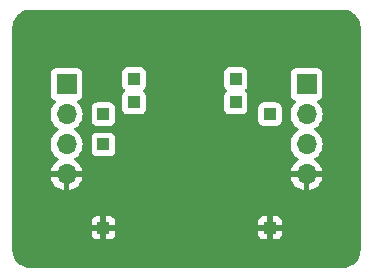
<source format=gbr>
%TF.GenerationSoftware,KiCad,Pcbnew,8.0.3*%
%TF.CreationDate,2024-09-03T06:20:47+12:00*%
%TF.ProjectId,to-252-2,746f2d32-3532-42d3-922e-6b696361645f,rev?*%
%TF.SameCoordinates,Original*%
%TF.FileFunction,Copper,L2,Bot*%
%TF.FilePolarity,Positive*%
%FSLAX46Y46*%
G04 Gerber Fmt 4.6, Leading zero omitted, Abs format (unit mm)*
G04 Created by KiCad (PCBNEW 8.0.3) date 2024-09-03 06:20:47*
%MOMM*%
%LPD*%
G01*
G04 APERTURE LIST*
%TA.AperFunction,ComponentPad*%
%ADD10R,1.000000X1.000000*%
%TD*%
%TA.AperFunction,ComponentPad*%
%ADD11R,1.700000X1.700000*%
%TD*%
%TA.AperFunction,ComponentPad*%
%ADD12O,1.700000X1.700000*%
%TD*%
%TA.AperFunction,ViaPad*%
%ADD13C,0.600000*%
%TD*%
%ADD14C,0.300000*%
%ADD15C,0.350000*%
G04 APERTURE END LIST*
D10*
%TO.P,TP105,1,1*%
%TO.N,Net-(J101-Pin_2)*%
X93100000Y-88900000D03*
%TD*%
%TO.P,TP102,1,1*%
%TO.N,Net-(J101-Pin_1)*%
X95700000Y-87900000D03*
%TD*%
%TO.P,TP103,1,1*%
%TO.N,Net-(J102-Pin_1)*%
X104300000Y-87900000D03*
%TD*%
%TO.P,TP104,1,1*%
%TO.N,Net-(J102-Pin_1)*%
X104300000Y-85900000D03*
%TD*%
%TO.P,TP110,1,1*%
%TO.N,Net-(J102-Pin_2)*%
X107200000Y-88900000D03*
%TD*%
%TO.P,TP111,1,1*%
%TO.N,GND*%
X93100000Y-98500000D03*
%TD*%
%TO.P,TP109,1,1*%
%TO.N,Net-(J101-Pin_3)*%
X93100000Y-91450000D03*
%TD*%
%TO.P,TP112,1,1*%
%TO.N,GND*%
X107200000Y-98500000D03*
%TD*%
%TO.P,TP101,1,1*%
%TO.N,Net-(J101-Pin_1)*%
X95700000Y-85900000D03*
%TD*%
D11*
%TO.P,J102,1,Pin_1*%
%TO.N,Net-(J102-Pin_1)*%
X110300000Y-86360000D03*
D12*
%TO.P,J102,2,Pin_2*%
%TO.N,Net-(J102-Pin_2)*%
X110300000Y-88900000D03*
%TO.P,J102,3,Pin_3*%
%TO.N,unconnected-(J102-Pin_3-Pad3)*%
X110300000Y-91440000D03*
%TO.P,J102,4,Pin_4*%
%TO.N,GND*%
X110300000Y-93980000D03*
%TD*%
D11*
%TO.P,J101,1,Pin_1*%
%TO.N,Net-(J101-Pin_1)*%
X89980000Y-86360000D03*
D12*
%TO.P,J101,2,Pin_2*%
%TO.N,Net-(J101-Pin_2)*%
X89980000Y-88900000D03*
%TO.P,J101,3,Pin_3*%
%TO.N,Net-(J101-Pin_3)*%
X89980000Y-91440000D03*
%TO.P,J101,4,Pin_4*%
%TO.N,GND*%
X89980000Y-93980000D03*
%TD*%
D13*
%TO.N,GND*%
X102000000Y-101000000D03*
X96000000Y-101000000D03*
X94000000Y-81000000D03*
X96000000Y-81000000D03*
X114000000Y-85000000D03*
X110000000Y-101000000D03*
X102000000Y-81000000D03*
X114000000Y-89000000D03*
X86000000Y-83000000D03*
X98000000Y-81000000D03*
X86000000Y-81000000D03*
X106000000Y-90000000D03*
X114000000Y-93000000D03*
X86000000Y-97000000D03*
X114000000Y-99000000D03*
X112000000Y-101000000D03*
X86000000Y-87000000D03*
X88000000Y-81000000D03*
X96700000Y-89200000D03*
X110000000Y-81000000D03*
X108000000Y-81000000D03*
X114000000Y-97000000D03*
X114000000Y-91000000D03*
X86000000Y-95000000D03*
X114000000Y-87000000D03*
X104000000Y-101000000D03*
X88000000Y-101000000D03*
X86000000Y-89000000D03*
X106000000Y-101000000D03*
X104000000Y-81000000D03*
X102900000Y-87900000D03*
X86000000Y-99000000D03*
X98000000Y-101000000D03*
X90000000Y-81000000D03*
X92000000Y-81000000D03*
X92000000Y-101000000D03*
X90000000Y-101000000D03*
X86000000Y-91000000D03*
X97100000Y-88000000D03*
X106200000Y-92200000D03*
X114000000Y-81000000D03*
X86000000Y-85000000D03*
X108000000Y-101000000D03*
X112000000Y-81000000D03*
X94000000Y-101000000D03*
X114000000Y-83000000D03*
X100000000Y-101000000D03*
X114000000Y-101000000D03*
X100000000Y-81000000D03*
X106000000Y-81000000D03*
X114000000Y-95000000D03*
X86000000Y-93000000D03*
X86000000Y-101000000D03*
%TD*%
%TA.AperFunction,Conductor*%
%TO.N,GND*%
G36*
X113384418Y-80040816D02*
G01*
X113584561Y-80055130D01*
X113602063Y-80057647D01*
X113793797Y-80099355D01*
X113810755Y-80104334D01*
X113994609Y-80172909D01*
X114010701Y-80180259D01*
X114182904Y-80274288D01*
X114197784Y-80283849D01*
X114354867Y-80401441D01*
X114368237Y-80413027D01*
X114506972Y-80551762D01*
X114518558Y-80565132D01*
X114636146Y-80722210D01*
X114645711Y-80737095D01*
X114739740Y-80909298D01*
X114747090Y-80925390D01*
X114815662Y-81109236D01*
X114820646Y-81126212D01*
X114862351Y-81317931D01*
X114864869Y-81335442D01*
X114879184Y-81535580D01*
X114879500Y-81544427D01*
X114879500Y-100395572D01*
X114879184Y-100404419D01*
X114864869Y-100604557D01*
X114862351Y-100622068D01*
X114820646Y-100813787D01*
X114815662Y-100830763D01*
X114747090Y-101014609D01*
X114739740Y-101030701D01*
X114645711Y-101202904D01*
X114636146Y-101217789D01*
X114518558Y-101374867D01*
X114506972Y-101388237D01*
X114368237Y-101526972D01*
X114354867Y-101538558D01*
X114197789Y-101656146D01*
X114182904Y-101665711D01*
X114010701Y-101759740D01*
X113994609Y-101767090D01*
X113810763Y-101835662D01*
X113793787Y-101840646D01*
X113602068Y-101882351D01*
X113584557Y-101884869D01*
X113403779Y-101897799D01*
X113384417Y-101899184D01*
X113375572Y-101899500D01*
X86904428Y-101899500D01*
X86895582Y-101899184D01*
X86873622Y-101897613D01*
X86695442Y-101884869D01*
X86677931Y-101882351D01*
X86486212Y-101840646D01*
X86469236Y-101835662D01*
X86285390Y-101767090D01*
X86269298Y-101759740D01*
X86097095Y-101665711D01*
X86082210Y-101656146D01*
X85925132Y-101538558D01*
X85911762Y-101526972D01*
X85773027Y-101388237D01*
X85761441Y-101374867D01*
X85643849Y-101217784D01*
X85634288Y-101202904D01*
X85540259Y-101030701D01*
X85532909Y-101014609D01*
X85472091Y-100851551D01*
X85464334Y-100830755D01*
X85459355Y-100813797D01*
X85417647Y-100622063D01*
X85415130Y-100604556D01*
X85400816Y-100404418D01*
X85400500Y-100395572D01*
X85400500Y-99047844D01*
X92100000Y-99047844D01*
X92106401Y-99107372D01*
X92106403Y-99107379D01*
X92156645Y-99242086D01*
X92156649Y-99242093D01*
X92242809Y-99357187D01*
X92242812Y-99357190D01*
X92357906Y-99443350D01*
X92357913Y-99443354D01*
X92492620Y-99493596D01*
X92492627Y-99493598D01*
X92552155Y-99499999D01*
X92552172Y-99500000D01*
X92850000Y-99500000D01*
X93350000Y-99500000D01*
X93647828Y-99500000D01*
X93647844Y-99499999D01*
X93707372Y-99493598D01*
X93707379Y-99493596D01*
X93842086Y-99443354D01*
X93842093Y-99443350D01*
X93957187Y-99357190D01*
X93957190Y-99357187D01*
X94043350Y-99242093D01*
X94043354Y-99242086D01*
X94093596Y-99107379D01*
X94093598Y-99107372D01*
X94099999Y-99047844D01*
X106200000Y-99047844D01*
X106206401Y-99107372D01*
X106206403Y-99107379D01*
X106256645Y-99242086D01*
X106256649Y-99242093D01*
X106342809Y-99357187D01*
X106342812Y-99357190D01*
X106457906Y-99443350D01*
X106457913Y-99443354D01*
X106592620Y-99493596D01*
X106592627Y-99493598D01*
X106652155Y-99499999D01*
X106652172Y-99500000D01*
X106950000Y-99500000D01*
X107450000Y-99500000D01*
X107747828Y-99500000D01*
X107747844Y-99499999D01*
X107807372Y-99493598D01*
X107807379Y-99493596D01*
X107942086Y-99443354D01*
X107942093Y-99443350D01*
X108057187Y-99357190D01*
X108057190Y-99357187D01*
X108143350Y-99242093D01*
X108143354Y-99242086D01*
X108193596Y-99107379D01*
X108193598Y-99107372D01*
X108199999Y-99047844D01*
X108200000Y-99047827D01*
X108200000Y-98750000D01*
X107450000Y-98750000D01*
X107450000Y-99500000D01*
X106950000Y-99500000D01*
X106950000Y-98750000D01*
X106200000Y-98750000D01*
X106200000Y-99047844D01*
X94099999Y-99047844D01*
X94100000Y-99047827D01*
X94100000Y-98750000D01*
X93350000Y-98750000D01*
X93350000Y-99500000D01*
X92850000Y-99500000D01*
X92850000Y-98750000D01*
X92100000Y-98750000D01*
X92100000Y-99047844D01*
X85400500Y-99047844D01*
X85400500Y-98450272D01*
X92850000Y-98450272D01*
X92850000Y-98549728D01*
X92888060Y-98641614D01*
X92958386Y-98711940D01*
X93050272Y-98750000D01*
X93149728Y-98750000D01*
X93241614Y-98711940D01*
X93311940Y-98641614D01*
X93350000Y-98549728D01*
X93350000Y-98450272D01*
X106950000Y-98450272D01*
X106950000Y-98549728D01*
X106988060Y-98641614D01*
X107058386Y-98711940D01*
X107150272Y-98750000D01*
X107249728Y-98750000D01*
X107341614Y-98711940D01*
X107411940Y-98641614D01*
X107450000Y-98549728D01*
X107450000Y-98450272D01*
X107411940Y-98358386D01*
X107341614Y-98288060D01*
X107249728Y-98250000D01*
X107450000Y-98250000D01*
X108200000Y-98250000D01*
X108200000Y-97952172D01*
X108199999Y-97952155D01*
X108193598Y-97892627D01*
X108193596Y-97892620D01*
X108143354Y-97757913D01*
X108143350Y-97757906D01*
X108057190Y-97642812D01*
X108057187Y-97642809D01*
X107942093Y-97556649D01*
X107942086Y-97556645D01*
X107807379Y-97506403D01*
X107807372Y-97506401D01*
X107747844Y-97500000D01*
X107450000Y-97500000D01*
X107450000Y-98250000D01*
X107249728Y-98250000D01*
X107150272Y-98250000D01*
X107058386Y-98288060D01*
X106988060Y-98358386D01*
X106950000Y-98450272D01*
X93350000Y-98450272D01*
X93311940Y-98358386D01*
X93241614Y-98288060D01*
X93149728Y-98250000D01*
X93350000Y-98250000D01*
X94100000Y-98250000D01*
X94100000Y-97952172D01*
X94099999Y-97952155D01*
X106200000Y-97952155D01*
X106200000Y-98250000D01*
X106950000Y-98250000D01*
X106950000Y-97500000D01*
X106652155Y-97500000D01*
X106592627Y-97506401D01*
X106592620Y-97506403D01*
X106457913Y-97556645D01*
X106457906Y-97556649D01*
X106342812Y-97642809D01*
X106342809Y-97642812D01*
X106256649Y-97757906D01*
X106256645Y-97757913D01*
X106206403Y-97892620D01*
X106206401Y-97892627D01*
X106200000Y-97952155D01*
X94099999Y-97952155D01*
X94093598Y-97892627D01*
X94093596Y-97892620D01*
X94043354Y-97757913D01*
X94043350Y-97757906D01*
X93957190Y-97642812D01*
X93957187Y-97642809D01*
X93842093Y-97556649D01*
X93842086Y-97556645D01*
X93707379Y-97506403D01*
X93707372Y-97506401D01*
X93647844Y-97500000D01*
X93350000Y-97500000D01*
X93350000Y-98250000D01*
X93149728Y-98250000D01*
X93050272Y-98250000D01*
X92958386Y-98288060D01*
X92888060Y-98358386D01*
X92850000Y-98450272D01*
X85400500Y-98450272D01*
X85400500Y-97952155D01*
X92100000Y-97952155D01*
X92100000Y-98250000D01*
X92850000Y-98250000D01*
X92850000Y-97500000D01*
X92552155Y-97500000D01*
X92492627Y-97506401D01*
X92492620Y-97506403D01*
X92357913Y-97556645D01*
X92357906Y-97556649D01*
X92242812Y-97642809D01*
X92242809Y-97642812D01*
X92156649Y-97757906D01*
X92156645Y-97757913D01*
X92106403Y-97892620D01*
X92106401Y-97892627D01*
X92100000Y-97952155D01*
X85400500Y-97952155D01*
X85400500Y-88899999D01*
X88624341Y-88899999D01*
X88624341Y-88900000D01*
X88644936Y-89135403D01*
X88644938Y-89135413D01*
X88706094Y-89363655D01*
X88706096Y-89363659D01*
X88706097Y-89363663D01*
X88745370Y-89447883D01*
X88805965Y-89577830D01*
X88805967Y-89577834D01*
X88941501Y-89771395D01*
X88941506Y-89771402D01*
X89108597Y-89938493D01*
X89108603Y-89938498D01*
X89294158Y-90068425D01*
X89337783Y-90123002D01*
X89344977Y-90192500D01*
X89313454Y-90254855D01*
X89294158Y-90271575D01*
X89108597Y-90401505D01*
X88941505Y-90568597D01*
X88805965Y-90762169D01*
X88805964Y-90762171D01*
X88706098Y-90976335D01*
X88706094Y-90976344D01*
X88644938Y-91204586D01*
X88644936Y-91204596D01*
X88624341Y-91439999D01*
X88624341Y-91440000D01*
X88644936Y-91675403D01*
X88644938Y-91675413D01*
X88706094Y-91903655D01*
X88706096Y-91903659D01*
X88706097Y-91903663D01*
X88750033Y-91997883D01*
X88805965Y-92117830D01*
X88805967Y-92117834D01*
X88858129Y-92192328D01*
X88938806Y-92307547D01*
X88941501Y-92311395D01*
X88941506Y-92311402D01*
X89108597Y-92478493D01*
X89108603Y-92478498D01*
X89294594Y-92608730D01*
X89338219Y-92663307D01*
X89345413Y-92732805D01*
X89313890Y-92795160D01*
X89294595Y-92811880D01*
X89108922Y-92941890D01*
X89108920Y-92941891D01*
X88941891Y-93108920D01*
X88941886Y-93108926D01*
X88806400Y-93302420D01*
X88806399Y-93302422D01*
X88706570Y-93516507D01*
X88706567Y-93516513D01*
X88649364Y-93729999D01*
X88649364Y-93730000D01*
X89546988Y-93730000D01*
X89514075Y-93787007D01*
X89480000Y-93914174D01*
X89480000Y-94045826D01*
X89514075Y-94172993D01*
X89546988Y-94230000D01*
X88649364Y-94230000D01*
X88706567Y-94443486D01*
X88706570Y-94443492D01*
X88806399Y-94657578D01*
X88941894Y-94851082D01*
X89108917Y-95018105D01*
X89302421Y-95153600D01*
X89516507Y-95253429D01*
X89516516Y-95253433D01*
X89730000Y-95310634D01*
X89730000Y-94413012D01*
X89787007Y-94445925D01*
X89914174Y-94480000D01*
X90045826Y-94480000D01*
X90172993Y-94445925D01*
X90230000Y-94413012D01*
X90230000Y-95310633D01*
X90443483Y-95253433D01*
X90443492Y-95253429D01*
X90657578Y-95153600D01*
X90851082Y-95018105D01*
X91018105Y-94851082D01*
X91153600Y-94657578D01*
X91253429Y-94443492D01*
X91253432Y-94443486D01*
X91310636Y-94230000D01*
X90413012Y-94230000D01*
X90445925Y-94172993D01*
X90480000Y-94045826D01*
X90480000Y-93914174D01*
X90445925Y-93787007D01*
X90413012Y-93730000D01*
X91310636Y-93730000D01*
X91310635Y-93729999D01*
X91253432Y-93516513D01*
X91253429Y-93516507D01*
X91153600Y-93302422D01*
X91153599Y-93302420D01*
X91018113Y-93108926D01*
X91018108Y-93108920D01*
X90851078Y-92941890D01*
X90665405Y-92811879D01*
X90621780Y-92757302D01*
X90614588Y-92687804D01*
X90646110Y-92625449D01*
X90665406Y-92608730D01*
X90851401Y-92478495D01*
X91018495Y-92311401D01*
X91154035Y-92117830D01*
X91253903Y-91903663D01*
X91315063Y-91675408D01*
X91335659Y-91440000D01*
X91315063Y-91204592D01*
X91253903Y-90976337D01*
X91219302Y-90902135D01*
X92099500Y-90902135D01*
X92099500Y-91997870D01*
X92099501Y-91997876D01*
X92105908Y-92057483D01*
X92156202Y-92192328D01*
X92156206Y-92192335D01*
X92242452Y-92307544D01*
X92242455Y-92307547D01*
X92357664Y-92393793D01*
X92357671Y-92393797D01*
X92492517Y-92444091D01*
X92492516Y-92444091D01*
X92499444Y-92444835D01*
X92552127Y-92450500D01*
X93647872Y-92450499D01*
X93707483Y-92444091D01*
X93842331Y-92393796D01*
X93957546Y-92307546D01*
X94043796Y-92192331D01*
X94094091Y-92057483D01*
X94100500Y-91997873D01*
X94100499Y-90902128D01*
X94094091Y-90842517D01*
X94043796Y-90707669D01*
X94043795Y-90707668D01*
X94043793Y-90707664D01*
X93957547Y-90592455D01*
X93957544Y-90592452D01*
X93842335Y-90506206D01*
X93842328Y-90506202D01*
X93707482Y-90455908D01*
X93707483Y-90455908D01*
X93647883Y-90449501D01*
X93647881Y-90449500D01*
X93647873Y-90449500D01*
X93647864Y-90449500D01*
X92552129Y-90449500D01*
X92552123Y-90449501D01*
X92492516Y-90455908D01*
X92357671Y-90506202D01*
X92357664Y-90506206D01*
X92242455Y-90592452D01*
X92242452Y-90592455D01*
X92156206Y-90707664D01*
X92156202Y-90707671D01*
X92105908Y-90842517D01*
X92099501Y-90902116D01*
X92099501Y-90902123D01*
X92099500Y-90902135D01*
X91219302Y-90902135D01*
X91154035Y-90762171D01*
X91115873Y-90707669D01*
X91018494Y-90568597D01*
X90851402Y-90401506D01*
X90851396Y-90401501D01*
X90665842Y-90271575D01*
X90622217Y-90216998D01*
X90615023Y-90147500D01*
X90646546Y-90085145D01*
X90665842Y-90068425D01*
X90688026Y-90052891D01*
X90851401Y-89938495D01*
X91018495Y-89771401D01*
X91154035Y-89577830D01*
X91253903Y-89363663D01*
X91315063Y-89135408D01*
X91335659Y-88900000D01*
X91315063Y-88664592D01*
X91253903Y-88436337D01*
X91214639Y-88352135D01*
X92099500Y-88352135D01*
X92099500Y-89447870D01*
X92099501Y-89447876D01*
X92105908Y-89507483D01*
X92156202Y-89642328D01*
X92156206Y-89642335D01*
X92242452Y-89757544D01*
X92242455Y-89757547D01*
X92357664Y-89843793D01*
X92357671Y-89843797D01*
X92492517Y-89894091D01*
X92492516Y-89894091D01*
X92499444Y-89894835D01*
X92552127Y-89900500D01*
X93647872Y-89900499D01*
X93707483Y-89894091D01*
X93842331Y-89843796D01*
X93957546Y-89757546D01*
X94043796Y-89642331D01*
X94094091Y-89507483D01*
X94100500Y-89447873D01*
X94100499Y-88352128D01*
X94094091Y-88292517D01*
X94043796Y-88157669D01*
X94043795Y-88157668D01*
X94043793Y-88157664D01*
X93957547Y-88042455D01*
X93957544Y-88042452D01*
X93842335Y-87956206D01*
X93842328Y-87956202D01*
X93707482Y-87905908D01*
X93707483Y-87905908D01*
X93647883Y-87899501D01*
X93647881Y-87899500D01*
X93647873Y-87899500D01*
X93647864Y-87899500D01*
X92552129Y-87899500D01*
X92552123Y-87899501D01*
X92492516Y-87905908D01*
X92357671Y-87956202D01*
X92357664Y-87956206D01*
X92242455Y-88042452D01*
X92242452Y-88042455D01*
X92156206Y-88157664D01*
X92156202Y-88157671D01*
X92105908Y-88292517D01*
X92099501Y-88352116D01*
X92099501Y-88352123D01*
X92099500Y-88352135D01*
X91214639Y-88352135D01*
X91154035Y-88222171D01*
X91108870Y-88157669D01*
X91018496Y-88028600D01*
X91018495Y-88028599D01*
X90896567Y-87906671D01*
X90863084Y-87845351D01*
X90868068Y-87775659D01*
X90909939Y-87719725D01*
X90940915Y-87702810D01*
X91072331Y-87653796D01*
X91187546Y-87567546D01*
X91273796Y-87452331D01*
X91324091Y-87317483D01*
X91330500Y-87257873D01*
X91330499Y-85462128D01*
X91324091Y-85402517D01*
X91305299Y-85352135D01*
X94699500Y-85352135D01*
X94699500Y-86447870D01*
X94699501Y-86447876D01*
X94705908Y-86507483D01*
X94756202Y-86642328D01*
X94756206Y-86642335D01*
X94842452Y-86757544D01*
X94842453Y-86757544D01*
X94842454Y-86757546D01*
X94871615Y-86779376D01*
X94900145Y-86800734D01*
X94942015Y-86856668D01*
X94946999Y-86926360D01*
X94913513Y-86987683D01*
X94900145Y-86999266D01*
X94842452Y-87042455D01*
X94756206Y-87157664D01*
X94756202Y-87157671D01*
X94705908Y-87292517D01*
X94699501Y-87352116D01*
X94699501Y-87352123D01*
X94699500Y-87352135D01*
X94699500Y-88447870D01*
X94699501Y-88447876D01*
X94705908Y-88507483D01*
X94756202Y-88642328D01*
X94756206Y-88642335D01*
X94842452Y-88757544D01*
X94842455Y-88757547D01*
X94957664Y-88843793D01*
X94957671Y-88843797D01*
X95092517Y-88894091D01*
X95092516Y-88894091D01*
X95099444Y-88894835D01*
X95152127Y-88900500D01*
X96247872Y-88900499D01*
X96307483Y-88894091D01*
X96442331Y-88843796D01*
X96557546Y-88757546D01*
X96643796Y-88642331D01*
X96694091Y-88507483D01*
X96700500Y-88447873D01*
X96700499Y-87352128D01*
X96694091Y-87292517D01*
X96681173Y-87257883D01*
X96643797Y-87157671D01*
X96643793Y-87157664D01*
X96557547Y-87042456D01*
X96557548Y-87042456D01*
X96557546Y-87042454D01*
X96499854Y-86999265D01*
X96457984Y-86943333D01*
X96453000Y-86873641D01*
X96486485Y-86812318D01*
X96499854Y-86800734D01*
X96557546Y-86757546D01*
X96643796Y-86642331D01*
X96694091Y-86507483D01*
X96700500Y-86447873D01*
X96700499Y-85352135D01*
X103299500Y-85352135D01*
X103299500Y-86447870D01*
X103299501Y-86447876D01*
X103305908Y-86507483D01*
X103356202Y-86642328D01*
X103356206Y-86642335D01*
X103442452Y-86757544D01*
X103442453Y-86757544D01*
X103442454Y-86757546D01*
X103471615Y-86779376D01*
X103500145Y-86800734D01*
X103542015Y-86856668D01*
X103546999Y-86926360D01*
X103513513Y-86987683D01*
X103500145Y-86999266D01*
X103442452Y-87042455D01*
X103356206Y-87157664D01*
X103356202Y-87157671D01*
X103305908Y-87292517D01*
X103299501Y-87352116D01*
X103299501Y-87352123D01*
X103299500Y-87352135D01*
X103299500Y-88447870D01*
X103299501Y-88447876D01*
X103305908Y-88507483D01*
X103356202Y-88642328D01*
X103356206Y-88642335D01*
X103442452Y-88757544D01*
X103442455Y-88757547D01*
X103557664Y-88843793D01*
X103557671Y-88843797D01*
X103692517Y-88894091D01*
X103692516Y-88894091D01*
X103699444Y-88894835D01*
X103752127Y-88900500D01*
X104847872Y-88900499D01*
X104907483Y-88894091D01*
X105042331Y-88843796D01*
X105157546Y-88757546D01*
X105243796Y-88642331D01*
X105294091Y-88507483D01*
X105300500Y-88447873D01*
X105300500Y-88352135D01*
X106199500Y-88352135D01*
X106199500Y-89447870D01*
X106199501Y-89447876D01*
X106205908Y-89507483D01*
X106256202Y-89642328D01*
X106256206Y-89642335D01*
X106342452Y-89757544D01*
X106342455Y-89757547D01*
X106457664Y-89843793D01*
X106457671Y-89843797D01*
X106592517Y-89894091D01*
X106592516Y-89894091D01*
X106599444Y-89894835D01*
X106652127Y-89900500D01*
X107747872Y-89900499D01*
X107807483Y-89894091D01*
X107942331Y-89843796D01*
X108057546Y-89757546D01*
X108143796Y-89642331D01*
X108194091Y-89507483D01*
X108200500Y-89447873D01*
X108200499Y-88899999D01*
X108944341Y-88899999D01*
X108944341Y-88900000D01*
X108964936Y-89135403D01*
X108964938Y-89135413D01*
X109026094Y-89363655D01*
X109026096Y-89363659D01*
X109026097Y-89363663D01*
X109065370Y-89447883D01*
X109125965Y-89577830D01*
X109125967Y-89577834D01*
X109261501Y-89771395D01*
X109261506Y-89771402D01*
X109428597Y-89938493D01*
X109428603Y-89938498D01*
X109614158Y-90068425D01*
X109657783Y-90123002D01*
X109664977Y-90192500D01*
X109633454Y-90254855D01*
X109614158Y-90271575D01*
X109428597Y-90401505D01*
X109261505Y-90568597D01*
X109125965Y-90762169D01*
X109125964Y-90762171D01*
X109026098Y-90976335D01*
X109026094Y-90976344D01*
X108964938Y-91204586D01*
X108964936Y-91204596D01*
X108944341Y-91439999D01*
X108944341Y-91440000D01*
X108964936Y-91675403D01*
X108964938Y-91675413D01*
X109026094Y-91903655D01*
X109026096Y-91903659D01*
X109026097Y-91903663D01*
X109070033Y-91997883D01*
X109125965Y-92117830D01*
X109125967Y-92117834D01*
X109178129Y-92192328D01*
X109258806Y-92307547D01*
X109261501Y-92311395D01*
X109261506Y-92311402D01*
X109428597Y-92478493D01*
X109428603Y-92478498D01*
X109614594Y-92608730D01*
X109658219Y-92663307D01*
X109665413Y-92732805D01*
X109633890Y-92795160D01*
X109614595Y-92811880D01*
X109428922Y-92941890D01*
X109428920Y-92941891D01*
X109261891Y-93108920D01*
X109261886Y-93108926D01*
X109126400Y-93302420D01*
X109126399Y-93302422D01*
X109026570Y-93516507D01*
X109026567Y-93516513D01*
X108969364Y-93729999D01*
X108969364Y-93730000D01*
X109866988Y-93730000D01*
X109834075Y-93787007D01*
X109800000Y-93914174D01*
X109800000Y-94045826D01*
X109834075Y-94172993D01*
X109866988Y-94230000D01*
X108969364Y-94230000D01*
X109026567Y-94443486D01*
X109026570Y-94443492D01*
X109126399Y-94657578D01*
X109261894Y-94851082D01*
X109428917Y-95018105D01*
X109622421Y-95153600D01*
X109836507Y-95253429D01*
X109836516Y-95253433D01*
X110050000Y-95310634D01*
X110050000Y-94413012D01*
X110107007Y-94445925D01*
X110234174Y-94480000D01*
X110365826Y-94480000D01*
X110492993Y-94445925D01*
X110550000Y-94413012D01*
X110550000Y-95310633D01*
X110763483Y-95253433D01*
X110763492Y-95253429D01*
X110977578Y-95153600D01*
X111171082Y-95018105D01*
X111338105Y-94851082D01*
X111473600Y-94657578D01*
X111573429Y-94443492D01*
X111573432Y-94443486D01*
X111630636Y-94230000D01*
X110733012Y-94230000D01*
X110765925Y-94172993D01*
X110800000Y-94045826D01*
X110800000Y-93914174D01*
X110765925Y-93787007D01*
X110733012Y-93730000D01*
X111630636Y-93730000D01*
X111630635Y-93729999D01*
X111573432Y-93516513D01*
X111573429Y-93516507D01*
X111473600Y-93302422D01*
X111473599Y-93302420D01*
X111338113Y-93108926D01*
X111338108Y-93108920D01*
X111171078Y-92941890D01*
X110985405Y-92811879D01*
X110941780Y-92757302D01*
X110934588Y-92687804D01*
X110966110Y-92625449D01*
X110985406Y-92608730D01*
X111171401Y-92478495D01*
X111338495Y-92311401D01*
X111474035Y-92117830D01*
X111573903Y-91903663D01*
X111635063Y-91675408D01*
X111655659Y-91440000D01*
X111635063Y-91204592D01*
X111573903Y-90976337D01*
X111474035Y-90762171D01*
X111435873Y-90707669D01*
X111338494Y-90568597D01*
X111171402Y-90401506D01*
X111171396Y-90401501D01*
X110985842Y-90271575D01*
X110942217Y-90216998D01*
X110935023Y-90147500D01*
X110966546Y-90085145D01*
X110985842Y-90068425D01*
X111008026Y-90052891D01*
X111171401Y-89938495D01*
X111338495Y-89771401D01*
X111474035Y-89577830D01*
X111573903Y-89363663D01*
X111635063Y-89135408D01*
X111655659Y-88900000D01*
X111635063Y-88664592D01*
X111573903Y-88436337D01*
X111474035Y-88222171D01*
X111428870Y-88157669D01*
X111338496Y-88028600D01*
X111338495Y-88028599D01*
X111216567Y-87906671D01*
X111183084Y-87845351D01*
X111188068Y-87775659D01*
X111229939Y-87719725D01*
X111260915Y-87702810D01*
X111392331Y-87653796D01*
X111507546Y-87567546D01*
X111593796Y-87452331D01*
X111644091Y-87317483D01*
X111650500Y-87257873D01*
X111650499Y-85462128D01*
X111644091Y-85402517D01*
X111625295Y-85352123D01*
X111593797Y-85267671D01*
X111593793Y-85267664D01*
X111507547Y-85152455D01*
X111507544Y-85152452D01*
X111392335Y-85066206D01*
X111392328Y-85066202D01*
X111257482Y-85015908D01*
X111257483Y-85015908D01*
X111197883Y-85009501D01*
X111197881Y-85009500D01*
X111197873Y-85009500D01*
X111197864Y-85009500D01*
X109402129Y-85009500D01*
X109402123Y-85009501D01*
X109342516Y-85015908D01*
X109207671Y-85066202D01*
X109207664Y-85066206D01*
X109092455Y-85152452D01*
X109092452Y-85152455D01*
X109006206Y-85267664D01*
X109006202Y-85267671D01*
X108955908Y-85402517D01*
X108949501Y-85462116D01*
X108949501Y-85462123D01*
X108949500Y-85462135D01*
X108949500Y-87257870D01*
X108949501Y-87257876D01*
X108955908Y-87317483D01*
X109006202Y-87452328D01*
X109006206Y-87452335D01*
X109092452Y-87567544D01*
X109092455Y-87567547D01*
X109207664Y-87653793D01*
X109207671Y-87653797D01*
X109339081Y-87702810D01*
X109395015Y-87744681D01*
X109419432Y-87810145D01*
X109404580Y-87878418D01*
X109383430Y-87906673D01*
X109261503Y-88028600D01*
X109125965Y-88222169D01*
X109125964Y-88222171D01*
X109026098Y-88436335D01*
X109026094Y-88436344D01*
X108964938Y-88664586D01*
X108964936Y-88664596D01*
X108944341Y-88899999D01*
X108200499Y-88899999D01*
X108200499Y-88352128D01*
X108194091Y-88292517D01*
X108143796Y-88157669D01*
X108143795Y-88157668D01*
X108143793Y-88157664D01*
X108057547Y-88042455D01*
X108057544Y-88042452D01*
X107942335Y-87956206D01*
X107942328Y-87956202D01*
X107807482Y-87905908D01*
X107807483Y-87905908D01*
X107747883Y-87899501D01*
X107747881Y-87899500D01*
X107747873Y-87899500D01*
X107747864Y-87899500D01*
X106652129Y-87899500D01*
X106652123Y-87899501D01*
X106592516Y-87905908D01*
X106457671Y-87956202D01*
X106457664Y-87956206D01*
X106342455Y-88042452D01*
X106342452Y-88042455D01*
X106256206Y-88157664D01*
X106256202Y-88157671D01*
X106205908Y-88292517D01*
X106199501Y-88352116D01*
X106199501Y-88352123D01*
X106199500Y-88352135D01*
X105300500Y-88352135D01*
X105300499Y-87352128D01*
X105294091Y-87292517D01*
X105281173Y-87257883D01*
X105243797Y-87157671D01*
X105243793Y-87157664D01*
X105157547Y-87042456D01*
X105157548Y-87042456D01*
X105157546Y-87042454D01*
X105099854Y-86999265D01*
X105057984Y-86943333D01*
X105053000Y-86873641D01*
X105086485Y-86812318D01*
X105099854Y-86800734D01*
X105157546Y-86757546D01*
X105243796Y-86642331D01*
X105294091Y-86507483D01*
X105300500Y-86447873D01*
X105300499Y-85352128D01*
X105294091Y-85292517D01*
X105284823Y-85267669D01*
X105243797Y-85157671D01*
X105243793Y-85157664D01*
X105157547Y-85042455D01*
X105157544Y-85042452D01*
X105042335Y-84956206D01*
X105042328Y-84956202D01*
X104907482Y-84905908D01*
X104907483Y-84905908D01*
X104847883Y-84899501D01*
X104847881Y-84899500D01*
X104847873Y-84899500D01*
X104847864Y-84899500D01*
X103752129Y-84899500D01*
X103752123Y-84899501D01*
X103692516Y-84905908D01*
X103557671Y-84956202D01*
X103557664Y-84956206D01*
X103442455Y-85042452D01*
X103442452Y-85042455D01*
X103356206Y-85157664D01*
X103356202Y-85157671D01*
X103305908Y-85292517D01*
X103299501Y-85352116D01*
X103299501Y-85352123D01*
X103299500Y-85352135D01*
X96700499Y-85352135D01*
X96700499Y-85352128D01*
X96694091Y-85292517D01*
X96684823Y-85267669D01*
X96643797Y-85157671D01*
X96643793Y-85157664D01*
X96557547Y-85042455D01*
X96557544Y-85042452D01*
X96442335Y-84956206D01*
X96442328Y-84956202D01*
X96307482Y-84905908D01*
X96307483Y-84905908D01*
X96247883Y-84899501D01*
X96247881Y-84899500D01*
X96247873Y-84899500D01*
X96247864Y-84899500D01*
X95152129Y-84899500D01*
X95152123Y-84899501D01*
X95092516Y-84905908D01*
X94957671Y-84956202D01*
X94957664Y-84956206D01*
X94842455Y-85042452D01*
X94842452Y-85042455D01*
X94756206Y-85157664D01*
X94756202Y-85157671D01*
X94705908Y-85292517D01*
X94699501Y-85352116D01*
X94699501Y-85352123D01*
X94699500Y-85352135D01*
X91305299Y-85352135D01*
X91305295Y-85352123D01*
X91273797Y-85267671D01*
X91273793Y-85267664D01*
X91187547Y-85152455D01*
X91187544Y-85152452D01*
X91072335Y-85066206D01*
X91072328Y-85066202D01*
X90937482Y-85015908D01*
X90937483Y-85015908D01*
X90877883Y-85009501D01*
X90877881Y-85009500D01*
X90877873Y-85009500D01*
X90877864Y-85009500D01*
X89082129Y-85009500D01*
X89082123Y-85009501D01*
X89022516Y-85015908D01*
X88887671Y-85066202D01*
X88887664Y-85066206D01*
X88772455Y-85152452D01*
X88772452Y-85152455D01*
X88686206Y-85267664D01*
X88686202Y-85267671D01*
X88635908Y-85402517D01*
X88629501Y-85462116D01*
X88629501Y-85462123D01*
X88629500Y-85462135D01*
X88629500Y-87257870D01*
X88629501Y-87257876D01*
X88635908Y-87317483D01*
X88686202Y-87452328D01*
X88686206Y-87452335D01*
X88772452Y-87567544D01*
X88772455Y-87567547D01*
X88887664Y-87653793D01*
X88887671Y-87653797D01*
X89019081Y-87702810D01*
X89075015Y-87744681D01*
X89099432Y-87810145D01*
X89084580Y-87878418D01*
X89063430Y-87906673D01*
X88941503Y-88028600D01*
X88805965Y-88222169D01*
X88805964Y-88222171D01*
X88706098Y-88436335D01*
X88706094Y-88436344D01*
X88644938Y-88664586D01*
X88644936Y-88664596D01*
X88624341Y-88899999D01*
X85400500Y-88899999D01*
X85400500Y-81544427D01*
X85400816Y-81535581D01*
X85415130Y-81335443D01*
X85415131Y-81335442D01*
X85415130Y-81335436D01*
X85417646Y-81317938D01*
X85459356Y-81126199D01*
X85464333Y-81109248D01*
X85532911Y-80925385D01*
X85540259Y-80909298D01*
X85602815Y-80794734D01*
X85634291Y-80737089D01*
X85643845Y-80722221D01*
X85761448Y-80565123D01*
X85773020Y-80551769D01*
X85911769Y-80413020D01*
X85925123Y-80401448D01*
X86082221Y-80283845D01*
X86097089Y-80274291D01*
X86269298Y-80180258D01*
X86285385Y-80172911D01*
X86469248Y-80104333D01*
X86486199Y-80099356D01*
X86677938Y-80057646D01*
X86695436Y-80055130D01*
X86895582Y-80040816D01*
X86904428Y-80040500D01*
X86965892Y-80040500D01*
X113314108Y-80040500D01*
X113375572Y-80040500D01*
X113384418Y-80040816D01*
G37*
%TD.AperFunction*%
%TD*%
D14*
X102000000Y-101000000D03*
X96000000Y-101000000D03*
X94000000Y-81000000D03*
X96000000Y-81000000D03*
X114000000Y-85000000D03*
X110000000Y-101000000D03*
X102000000Y-81000000D03*
X114000000Y-89000000D03*
X86000000Y-83000000D03*
X98000000Y-81000000D03*
X86000000Y-81000000D03*
X106000000Y-90000000D03*
X114000000Y-93000000D03*
X86000000Y-97000000D03*
X114000000Y-99000000D03*
X112000000Y-101000000D03*
X86000000Y-87000000D03*
X88000000Y-81000000D03*
X96700000Y-89200000D03*
X110000000Y-81000000D03*
X108000000Y-81000000D03*
X114000000Y-97000000D03*
X114000000Y-91000000D03*
X86000000Y-95000000D03*
X114000000Y-87000000D03*
X104000000Y-101000000D03*
X88000000Y-101000000D03*
X86000000Y-89000000D03*
X106000000Y-101000000D03*
X104000000Y-81000000D03*
X102900000Y-87900000D03*
X86000000Y-99000000D03*
X98000000Y-101000000D03*
X90000000Y-81000000D03*
X92000000Y-81000000D03*
X92000000Y-101000000D03*
X90000000Y-101000000D03*
X86000000Y-91000000D03*
X97100000Y-88000000D03*
X106200000Y-92200000D03*
X114000000Y-81000000D03*
X86000000Y-85000000D03*
X108000000Y-101000000D03*
X112000000Y-81000000D03*
X94000000Y-101000000D03*
X114000000Y-83000000D03*
X100000000Y-101000000D03*
X114000000Y-101000000D03*
X100000000Y-81000000D03*
X106000000Y-81000000D03*
X114000000Y-95000000D03*
X86000000Y-93000000D03*
X86000000Y-101000000D03*
D15*
X93100000Y-88900000D03*
X95700000Y-87900000D03*
X104300000Y-87900000D03*
X104300000Y-85900000D03*
X107200000Y-88900000D03*
X93100000Y-98500000D03*
X93100000Y-91450000D03*
X107200000Y-98500000D03*
X95700000Y-85900000D03*
X110300000Y-86360000D03*
X110300000Y-88900000D03*
X110300000Y-91440000D03*
X110300000Y-93980000D03*
X89980000Y-86360000D03*
X89980000Y-88900000D03*
X89980000Y-91440000D03*
X89980000Y-93980000D03*
M02*

</source>
